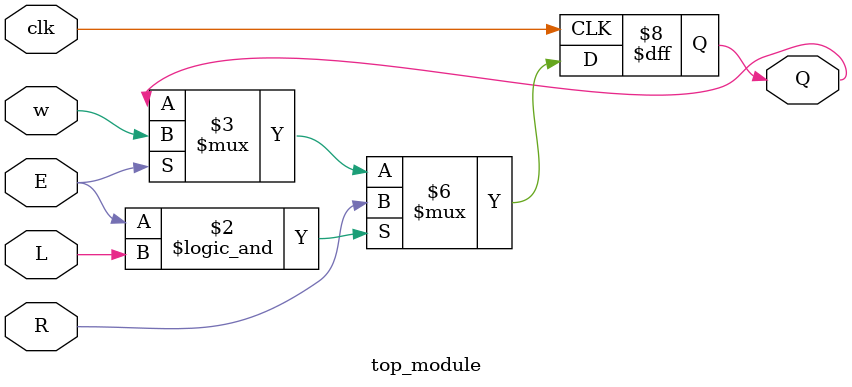
<source format=sv>
module top_module (
    input clk,
    input w,
    input R,
    input E,
    input L,
    output reg Q
);

// D flip-flop
always @(posedge clk)
begin
    if (E && L)
        Q <= R;
    else if (E)
        Q <= w;
end

endmodule

</source>
